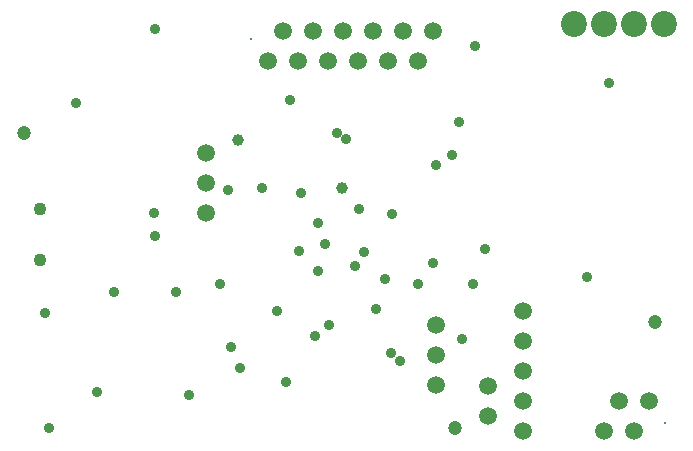
<source format=gbs>
%FSTAX23Y23*%
%MOMM*%
%SFA1B1*%

%IPPOS*%
%ADD75C,1.499997*%
%ADD76C,2.199996*%
%ADD77C,0.200000*%
%ADD78C,1.099998*%
%ADD79C,1.199998*%
%ADD80C,0.999998*%
%ADD81C,0.899998*%
%LNmain_board-1*%
%LPD*%
G54D75*
X42819Y06579D03*
Y04039D03*
X45749Y02789D03*
Y05329D03*
Y07869D03*
Y10409D03*
Y12949D03*
X56439Y05279D03*
X55169Y02739D03*
X53899Y05279D03*
X52629Y02739D03*
X33049Y36679D03*
X31779Y34139D03*
X30509Y36679D03*
X29239Y34139D03*
X27969Y36679D03*
X26699Y34139D03*
X25429Y36679D03*
X24159Y34139D03*
X34319D03*
X35589Y36679D03*
X36859Y34139D03*
X38129Y36679D03*
X18969Y26339D03*
Y23799D03*
Y21259D03*
X38399Y11729D03*
Y09189D03*
Y06649D03*
G54D76*
X55169Y37239D03*
X52629D03*
X50089D03*
X57709D03*
G54D77*
X57839Y03479D03*
X22759Y35939D03*
G54D78*
X04849Y21609D03*
Y17209D03*
G54D79*
X03499Y27999D03*
X39999Y02999D03*
X56999Y11999D03*
G54D80*
X21669Y27409D03*
X30479Y23319D03*
G54D81*
X05669Y03049D03*
X11179Y14529D03*
X16409D03*
X20139Y15189D03*
X28189Y10849D03*
X14629Y19299D03*
X14529Y21229D03*
X29339Y11789D03*
X21029Y09909D03*
X34659Y21119D03*
X25679Y06929D03*
X33319Y13109D03*
X28449Y16309D03*
X26999Y22909D03*
X34569Y09409D03*
X35359Y08659D03*
X32329Y17959D03*
X31569Y16739D03*
X34109Y15669D03*
X36929Y15239D03*
X29999Y28019D03*
X30799Y27469D03*
X20799Y23219D03*
X28399Y20349D03*
X23699Y23339D03*
X38379Y25299D03*
X39749Y26109D03*
X38129Y17039D03*
X05339Y12749D03*
X41579Y15189D03*
X40639Y10539D03*
X26799Y17979D03*
X26089Y30809D03*
X41679Y35359D03*
X07949Y30559D03*
X14599Y36799D03*
X09729Y06049D03*
X17499Y05839D03*
X51159Y15799D03*
X42539Y18159D03*
X31929Y21539D03*
X28979Y18589D03*
X53089Y32259D03*
X24939Y12949D03*
X21819Y08149D03*
X40389Y28929D03*
M02*
</source>
